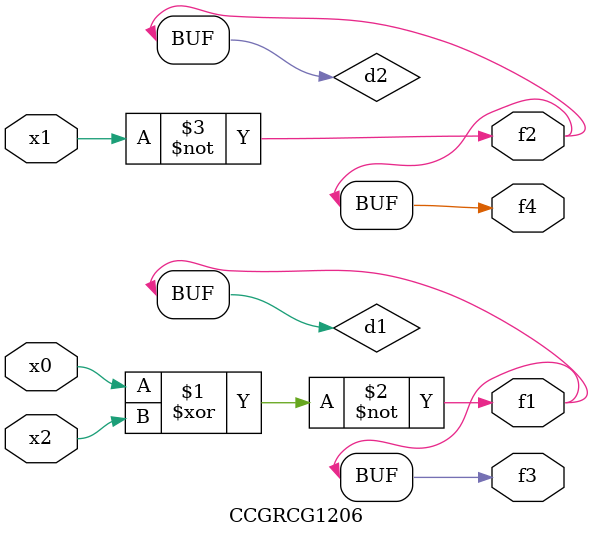
<source format=v>
module CCGRCG1206(
	input x0, x1, x2,
	output f1, f2, f3, f4
);

	wire d1, d2, d3;

	xnor (d1, x0, x2);
	nand (d2, x1);
	nor (d3, x1, x2);
	assign f1 = d1;
	assign f2 = d2;
	assign f3 = d1;
	assign f4 = d2;
endmodule

</source>
